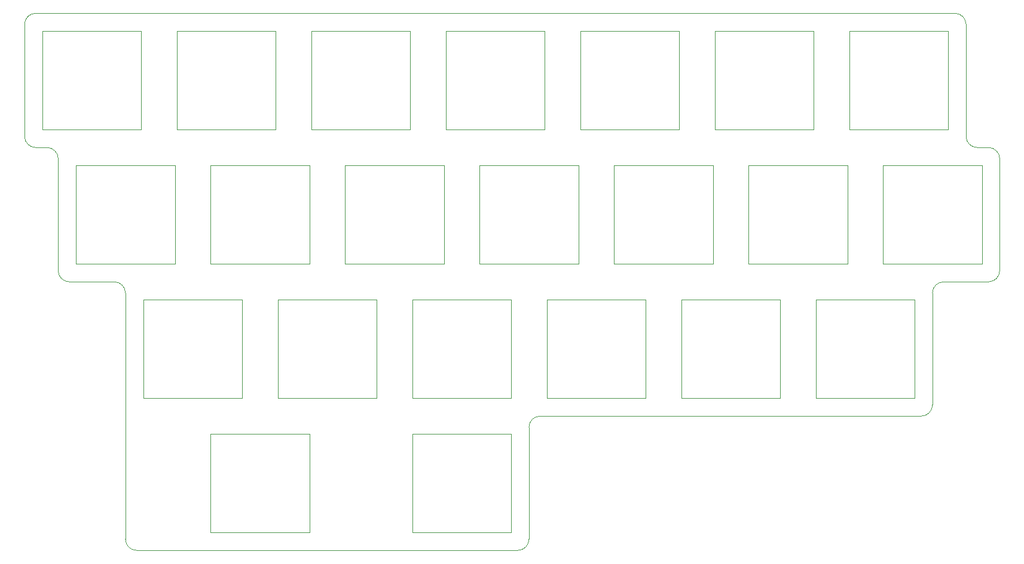
<source format=gm1>
G04 #@! TF.GenerationSoftware,KiCad,Pcbnew,(5.1.10-1-10_14)*
G04 #@! TF.CreationDate,2021-09-11T20:11:04+10:00*
G04 #@! TF.ProjectId,WTL-Split-Plates-Right,57544c2d-5370-46c6-9974-2d506c617465,rev?*
G04 #@! TF.SameCoordinates,Original*
G04 #@! TF.FileFunction,Profile,NP*
%FSLAX46Y46*%
G04 Gerber Fmt 4.6, Leading zero omitted, Abs format (unit mm)*
G04 Created by KiCad (PCBNEW (5.1.10-1-10_14)) date 2021-09-11 20:11:04*
%MOMM*%
%LPD*%
G01*
G04 APERTURE LIST*
G04 #@! TA.AperFunction,Profile*
%ADD10C,0.050000*%
G04 #@! TD*
G04 #@! TA.AperFunction,Profile*
%ADD11C,0.120000*%
G04 #@! TD*
G04 APERTURE END LIST*
D10*
X118268750Y-88900000D02*
X118268750Y-73025000D01*
X121443750Y-90487500D02*
X119856250Y-90487500D01*
X123031250Y-107950000D02*
X123031250Y-92075000D01*
X124618750Y-109537500D02*
X130968750Y-109537500D01*
X132556250Y-146050000D02*
X132556250Y-111125000D01*
X188118750Y-147637500D02*
X134143750Y-147637500D01*
X189706250Y-130175000D02*
X189706250Y-146050000D01*
X245268750Y-128587500D02*
X191293750Y-128587500D01*
X246856250Y-111125000D02*
X246856250Y-127000000D01*
X254793750Y-109537500D02*
X248443750Y-109537500D01*
X256381250Y-92075000D02*
X256381250Y-107950000D01*
X253206250Y-90487500D02*
X254793750Y-90487500D01*
X251618750Y-73025000D02*
X251618750Y-88900000D01*
X119856250Y-71437500D02*
X250031250Y-71437500D01*
X250031250Y-71437500D02*
G75*
G02*
X251618750Y-73025000I0J-1587500D01*
G01*
X253206250Y-90487500D02*
G75*
G02*
X251618750Y-88900000I0J1587500D01*
G01*
X254793750Y-90487500D02*
G75*
G02*
X256381250Y-92075000I0J-1587500D01*
G01*
X256381250Y-107950000D02*
G75*
G02*
X254793750Y-109537500I-1587500J0D01*
G01*
X246856250Y-111125000D02*
G75*
G02*
X248443750Y-109537500I1587500J0D01*
G01*
X246856250Y-127000000D02*
G75*
G02*
X245268750Y-128587500I-1587500J0D01*
G01*
X189706250Y-130175000D02*
G75*
G02*
X191293750Y-128587500I1587500J0D01*
G01*
X189706250Y-146050000D02*
G75*
G02*
X188118750Y-147637500I-1587500J0D01*
G01*
X134143750Y-147637500D02*
G75*
G02*
X132556250Y-146050000I0J1587500D01*
G01*
X130968750Y-109537500D02*
G75*
G02*
X132556250Y-111125000I0J-1587500D01*
G01*
X124618750Y-109537500D02*
G75*
G02*
X123031250Y-107950000I0J1587500D01*
G01*
X121443750Y-90487500D02*
G75*
G02*
X123031250Y-92075000I0J-1587500D01*
G01*
X119856250Y-90487500D02*
G75*
G02*
X118268750Y-88900000I0J1587500D01*
G01*
X118268750Y-73025000D02*
G75*
G02*
X119856250Y-71437500I1587500J0D01*
G01*
D11*
X144606250Y-131112500D02*
X144606250Y-145112500D01*
X144606250Y-145112500D02*
X158606250Y-145112500D01*
X158606250Y-145112500D02*
X158606250Y-131112500D01*
X158606250Y-131112500D02*
X144606250Y-131112500D01*
X173181250Y-131112500D02*
X173181250Y-145112500D01*
X173181250Y-145112500D02*
X187181250Y-145112500D01*
X187181250Y-145112500D02*
X187181250Y-131112500D01*
X187181250Y-131112500D02*
X173181250Y-131112500D01*
X211281250Y-112062500D02*
X211281250Y-126062500D01*
X211281250Y-126062500D02*
X225281250Y-126062500D01*
X225281250Y-126062500D02*
X225281250Y-112062500D01*
X225281250Y-112062500D02*
X211281250Y-112062500D01*
X192231250Y-112062500D02*
X192231250Y-126062500D01*
X192231250Y-126062500D02*
X206231250Y-126062500D01*
X206231250Y-126062500D02*
X206231250Y-112062500D01*
X206231250Y-112062500D02*
X192231250Y-112062500D01*
X230331250Y-112062500D02*
X230331250Y-126062500D01*
X230331250Y-126062500D02*
X244331250Y-126062500D01*
X244331250Y-126062500D02*
X244331250Y-112062500D01*
X244331250Y-112062500D02*
X230331250Y-112062500D01*
X173181250Y-112062500D02*
X173181250Y-126062500D01*
X173181250Y-126062500D02*
X187181250Y-126062500D01*
X187181250Y-126062500D02*
X187181250Y-112062500D01*
X187181250Y-112062500D02*
X173181250Y-112062500D01*
X135081250Y-112062500D02*
X135081250Y-126062500D01*
X135081250Y-126062500D02*
X149081250Y-126062500D01*
X149081250Y-126062500D02*
X149081250Y-112062500D01*
X149081250Y-112062500D02*
X135081250Y-112062500D01*
X154131250Y-112062500D02*
X154131250Y-126062500D01*
X154131250Y-126062500D02*
X168131250Y-126062500D01*
X168131250Y-126062500D02*
X168131250Y-112062500D01*
X168131250Y-112062500D02*
X154131250Y-112062500D01*
X201756250Y-93012500D02*
X201756250Y-107012500D01*
X201756250Y-107012500D02*
X215756250Y-107012500D01*
X215756250Y-107012500D02*
X215756250Y-93012500D01*
X215756250Y-93012500D02*
X201756250Y-93012500D01*
X182706250Y-93012500D02*
X182706250Y-107012500D01*
X182706250Y-107012500D02*
X196706250Y-107012500D01*
X196706250Y-107012500D02*
X196706250Y-93012500D01*
X196706250Y-93012500D02*
X182706250Y-93012500D01*
X239856250Y-93012500D02*
X239856250Y-107012500D01*
X239856250Y-107012500D02*
X253856250Y-107012500D01*
X253856250Y-107012500D02*
X253856250Y-93012500D01*
X253856250Y-93012500D02*
X239856250Y-93012500D01*
X220806250Y-93012500D02*
X220806250Y-107012500D01*
X220806250Y-107012500D02*
X234806250Y-107012500D01*
X234806250Y-107012500D02*
X234806250Y-93012500D01*
X234806250Y-93012500D02*
X220806250Y-93012500D01*
X163656250Y-93012500D02*
X163656250Y-107012500D01*
X163656250Y-107012500D02*
X177656250Y-107012500D01*
X177656250Y-107012500D02*
X177656250Y-93012500D01*
X177656250Y-93012500D02*
X163656250Y-93012500D01*
X125556250Y-93012500D02*
X125556250Y-107012500D01*
X125556250Y-107012500D02*
X139556250Y-107012500D01*
X139556250Y-107012500D02*
X139556250Y-93012500D01*
X139556250Y-93012500D02*
X125556250Y-93012500D01*
X144606250Y-93012500D02*
X144606250Y-107012500D01*
X144606250Y-107012500D02*
X158606250Y-107012500D01*
X158606250Y-107012500D02*
X158606250Y-93012500D01*
X158606250Y-93012500D02*
X144606250Y-93012500D01*
X235093750Y-73962500D02*
X235093750Y-87962500D01*
X235093750Y-87962500D02*
X249093750Y-87962500D01*
X249093750Y-87962500D02*
X249093750Y-73962500D01*
X249093750Y-73962500D02*
X235093750Y-73962500D01*
X216043750Y-73962500D02*
X216043750Y-87962500D01*
X216043750Y-87962500D02*
X230043750Y-87962500D01*
X230043750Y-87962500D02*
X230043750Y-73962500D01*
X230043750Y-73962500D02*
X216043750Y-73962500D01*
X196993750Y-73962500D02*
X196993750Y-87962500D01*
X196993750Y-87962500D02*
X210993750Y-87962500D01*
X210993750Y-87962500D02*
X210993750Y-73962500D01*
X210993750Y-73962500D02*
X196993750Y-73962500D01*
X177943750Y-73962500D02*
X177943750Y-87962500D01*
X177943750Y-87962500D02*
X191943750Y-87962500D01*
X191943750Y-87962500D02*
X191943750Y-73962500D01*
X191943750Y-73962500D02*
X177943750Y-73962500D01*
X158893750Y-73962500D02*
X158893750Y-87962500D01*
X158893750Y-87962500D02*
X172893750Y-87962500D01*
X172893750Y-87962500D02*
X172893750Y-73962500D01*
X172893750Y-73962500D02*
X158893750Y-73962500D01*
X139843750Y-73962500D02*
X139843750Y-87962500D01*
X139843750Y-87962500D02*
X153843750Y-87962500D01*
X153843750Y-87962500D02*
X153843750Y-73962500D01*
X153843750Y-73962500D02*
X139843750Y-73962500D01*
X120793750Y-73962500D02*
X120793750Y-87962500D01*
X120793750Y-87962500D02*
X134793750Y-87962500D01*
X134793750Y-87962500D02*
X134793750Y-73962500D01*
X134793750Y-73962500D02*
X120793750Y-73962500D01*
M02*

</source>
